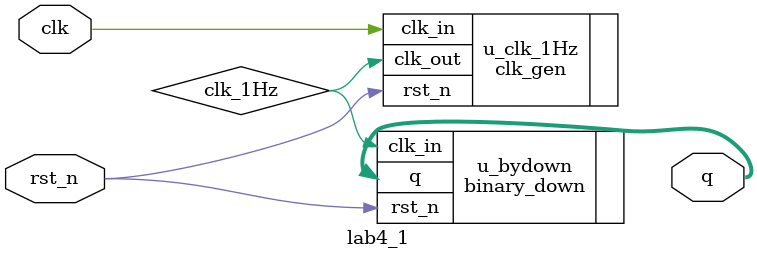
<source format=v>
module lab4_1
(
    input clk,
    input rst_n,

    output [3:0] q
);

localparam period_1Hz = 1;
localparam bit_num = 30;

wire clk_1Hz;

//1Hz clock generater
clk_gen 
#(
 .period(period_1Hz),
 .bit_num(bit_num)
)
u_clk_1Hz
(
  .clk_in(clk),
  .rst_n(rst_n),

  .clk_out(clk_1Hz)
);

//binary counter
binary_down u_bydown 
(
  .clk_in(clk_1Hz),
  .rst_n(rst_n),
  .q(q)
);
endmodule

</source>
